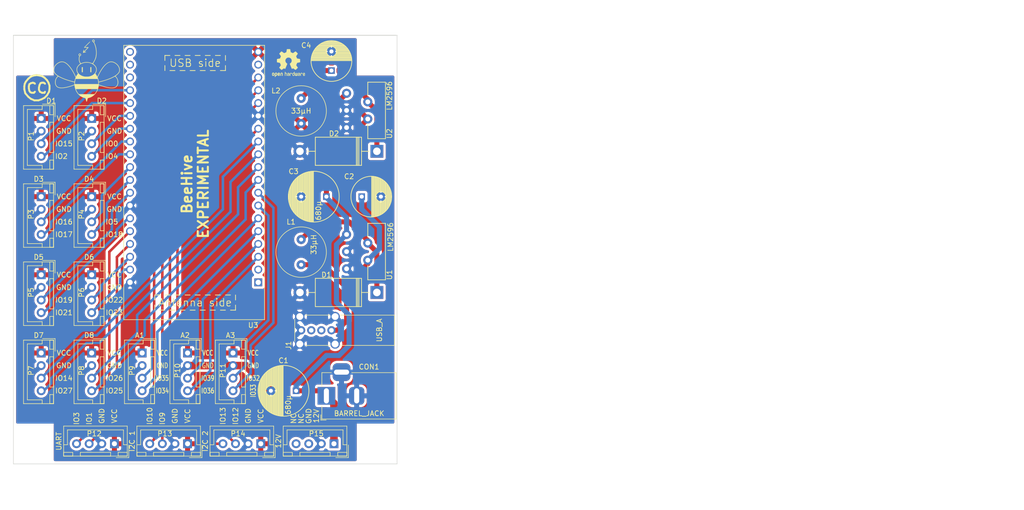
<source format=kicad_pcb>
(kicad_pcb (version 20171130) (host pcbnew "(5.1.4)-1")
  (layers (0 F.Cu signal) (31 B.Cu signal) (34 B.Paste user) (35 F.Paste user) (36 B.SilkS user) (37 F.SilkS user) (38 B.Mask user) (39 F.Mask user) (44 Edge.Cuts user))
  (net 0 "")
  (net 1 GND)
  (net 2 "Net-(C1-Pad1)")
  (net 3 "Net-(C2-Pad1)")
  (net 4 "Net-(D1-Pad1)")
  (net 5 "Net-(D2-Pad1)")
  (net 6 "Net-(U3-Pad2)")
  (net 7 "Net-(U3-Pad1)")
  (net 8 D1-4)
  (net 9 D1-3)
  (net 10 +5V)
  (net 11 D2-4)
  (net 12 D2-3)
  (net 13 D3-4)
  (net 14 D3-3)
  (net 15 D4-4)
  (net 16 D4-3)
  (net 17 D5-4)
  (net 18 D5-3)
  (net 19 D6-4)
  (net 20 D6-3)
  (net 21 D7-4)
  (net 22 D7-3)
  (net 23 D8-4)
  (net 24 D8-3)
  (net 25 A1-4)
  (net 26 A1-3)
  (net 27 A2-4)
  (net 28 A2-3)
  (net 29 A3-4)
  (net 30 A3-3)
  (net 31 I2C_1-4)
  (net 32 I2C_1-3)
  (net 33 I2C_2-4)
  (net 34 I2C_2-3)
  (net 35 RX)
  (net 36 TX)
  (net 37 "Net-(U3-Pad38)")
  (net 38 "Net-(J1-Pad2)")
  (net 39 "Net-(J1-Pad3)")
  (net 40 "Net-(U3-Pad37)")
  (net 41 "Net-(U3-Pad36)")
  (net 42 "Net-(U3-Pad18)")
  (net 43 "Net-(P15-Pad3)")
  (net 44 "Net-(P15-Pad4)")
  (module Flypi:MODULE_ESP32-DEVKITC-32D (layer F.Cu) (at 183.5 109 180)
    (fp_text reference U3 (at 1 -8.5) (layer F.SilkS))
    (fp_text value ESP32-DEVKITC-32D)
    (pad 38 thru_hole circle (at 25.4 45.72 180) (size 1.56 1.56) (drill 1.04) (layers *.Cu *.Mask) (net 37 "Net-(U3-Pad38)"))
    (pad 37 thru_hole circle (at 25.4 43.18 180) (size 1.56 1.56) (drill 1.04) (layers *.Cu *.Mask) (net 40 "Net-(U3-Pad37)"))
    (pad 36 thru_hole circle (at 25.4 40.64 180) (size 1.56 1.56) (drill 1.04) (layers *.Cu *.Mask) (net 41 "Net-(U3-Pad36)"))
    (pad 35 thru_hole circle (at 25.4 38.1 180) (size 1.56 1.56) (drill 1.04) (layers *.Cu *.Mask) (net 9 D1-3))
    (pad 34 thru_hole circle (at 25.4 35.56 180) (size 1.56 1.56) (drill 1.04) (layers *.Cu *.Mask) (net 8 D1-4))
    (pad 33 thru_hole circle (at 25.4 33.02 180) (size 1.56 1.56) (drill 1.04) (layers *.Cu *.Mask) (net 12 D2-3))
    (pad 32 thru_hole circle (at 25.4 30.48 180) (size 1.56 1.56) (drill 1.04) (layers *.Cu *.Mask) (net 11 D2-4))
    (pad 31 thru_hole circle (at 25.4 27.94 180) (size 1.56 1.56) (drill 1.04) (layers *.Cu *.Mask) (net 14 D3-3))
    (pad 30 thru_hole circle (at 25.4 25.4 180) (size 1.56 1.56) (drill 1.04) (layers *.Cu *.Mask) (net 13 D3-4))
    (pad 29 thru_hole circle (at 25.4 22.86 180) (size 1.56 1.56) (drill 1.04) (layers *.Cu *.Mask) (net 16 D4-3))
    (pad 28 thru_hole circle (at 25.4 20.32 180) (size 1.56 1.56) (drill 1.04) (layers *.Cu *.Mask) (net 15 D4-4))
    (pad 27 thru_hole circle (at 25.4 17.78 180) (size 1.56 1.56) (drill 1.04) (layers *.Cu *.Mask) (net 18 D5-3))
    (pad 26 thru_hole circle (at 25.4 15.24 180) (size 1.56 1.56) (drill 1.04) (layers *.Cu *.Mask) (net 1 GND))
    (pad 25 thru_hole circle (at 25.4 12.7 180) (size 1.56 1.56) (drill 1.04) (layers *.Cu *.Mask) (net 17 D5-4))
    (pad 24 thru_hole circle (at 25.4 10.16 180) (size 1.56 1.56) (drill 1.04) (layers *.Cu *.Mask) (net 35 RX))
    (pad 23 thru_hole circle (at 25.4 7.62 180) (size 1.56 1.56) (drill 1.04) (layers *.Cu *.Mask) (net 36 TX))
    (pad 22 thru_hole circle (at 25.4 5.08 180) (size 1.56 1.56) (drill 1.04) (layers *.Cu *.Mask) (net 20 D6-3))
    (pad 21 thru_hole circle (at 25.4 2.54 180) (size 1.56 1.56) (drill 1.04) (layers *.Cu *.Mask) (net 19 D6-4))
    (pad 20 thru_hole circle (at 25.4 0 180) (size 1.56 1.56) (drill 1.04) (layers *.Cu *.Mask) (net 1 GND))
    (pad 18 thru_hole circle (at 0 43.18 180) (size 1.56 1.56) (drill 1.04) (layers *.Cu *.Mask) (net 42 "Net-(U3-Pad18)"))
    (pad 17 thru_hole circle (at 0 40.64 180) (size 1.56 1.56) (drill 1.04) (layers *.Cu *.Mask) (net 31 I2C_1-4))
    (pad 16 thru_hole circle (at 0 38.1 180) (size 1.56 1.56) (drill 1.04) (layers *.Cu *.Mask) (net 32 I2C_1-3))
    (pad 15 thru_hole circle (at 0 35.56 180) (size 1.56 1.56) (drill 1.04) (layers *.Cu *.Mask) (net 33 I2C_2-4))
    (pad 14 thru_hole circle (at 0 33.02 180) (size 1.56 1.56) (drill 1.04) (layers *.Cu *.Mask) (net 1 GND))
    (pad 13 thru_hole circle (at 0 30.48 180) (size 1.56 1.56) (drill 1.04) (layers *.Cu *.Mask) (net 34 I2C_2-3))
    (pad 12 thru_hole circle (at 0 27.94 180) (size 1.56 1.56) (drill 1.04) (layers *.Cu *.Mask) (net 22 D7-3))
    (pad 11 thru_hole circle (at 0 25.4 180) (size 1.56 1.56) (drill 1.04) (layers *.Cu *.Mask) (net 21 D7-4))
    (pad 10 thru_hole circle (at 0 22.86 180) (size 1.56 1.56) (drill 1.04) (layers *.Cu *.Mask) (net 24 D8-3))
    (pad 9 thru_hole circle (at 0 20.32 180) (size 1.56 1.56) (drill 1.04) (layers *.Cu *.Mask) (net 23 D8-4))
    (pad 8 thru_hole circle (at 0 17.78 180) (size 1.56 1.56) (drill 1.04) (layers *.Cu *.Mask) (net 29 A3-4))
    (pad 7 thru_hole circle (at 0 15.24 180) (size 1.56 1.56) (drill 1.04) (layers *.Cu *.Mask) (net 30 A3-3))
    (pad 6 thru_hole circle (at 0 12.7 180) (size 1.56 1.56) (drill 1.04) (layers *.Cu *.Mask) (net 26 A1-3))
    (pad 5 thru_hole circle (at 0 10.16 180) (size 1.56 1.56) (drill 1.04) (layers *.Cu *.Mask) (net 25 A1-4))
    (pad 4 thru_hole circle (at 0 7.62 180) (size 1.56 1.56) (drill 1.04) (layers *.Cu *.Mask) (net 28 A2-3))
    (pad 3 thru_hole circle (at 0 5.08 180) (size 1.56 1.56) (drill 1.04) (layers *.Cu *.Mask) (net 27 A2-4))
    (pad 19 thru_hole circle (at 0 45.72 180) (size 1.56 1.56) (drill 1.04) (layers *.Cu *.Mask) (net 10 +5V))
    (pad 2 thru_hole circle (at 0 2.54 180) (size 1.56 1.56) (drill 1.04) (layers *.Cu *.Mask) (net 6 "Net-(U3-Pad2)"))
    (pad 1 thru_hole rect (at 0 0 180) (size 1.56 1.56) (drill 1.04) (layers *.Cu *.Mask) (net 7 "Net-(U3-Pad1)"))
  )
  (module logo-beehive:logo-beehive-13_2х12_3mm (layer F.Cu) (at 149.5 67)
    (fp_text reference G*** hide)
    (fp_text value LOGO hide)
  )
  (module Connector_JST:JST_XH_B04B-XH-A_04x2.50mm_Straight (layer F.Cu) (at 140.5 92 270)
    (fp_text reference P3 (at 3.5 2 90) (layer F.SilkS))
    (fp_text value D3 (at -3.5 0.5 180) (layer F.SilkS))
    (pad 4 thru_hole circle (at 7.5 0 270) (size 1.75 1.75) (drill 1) (layers *.Cu *.Mask) (net 13 D3-4))
    (pad 3 thru_hole circle (at 5 0 270) (size 1.75 1.75) (drill 1) (layers *.Cu *.Mask) (net 14 D3-3))
    (pad 2 thru_hole circle (at 2.5 0 270) (size 1.75 1.75) (drill 1) (layers *.Cu *.Mask) (net 1 GND))
    (pad 1 thru_hole rect (at 0 0 270) (size 1.75 1.75) (drill 1) (layers *.Cu *.Mask) (net 10 +5V))
  )
  (module Connector_JST:JST_XH_B04B-XH-A_04x2.50mm_Straight (layer F.Cu) (at 150.5 76.5 270)
    (fp_text reference P2 (at 3.5 2 90) (layer F.SilkS))
    (fp_text value D2 (at -3.5 -2 180) (layer F.SilkS))
    (pad 4 thru_hole circle (at 7.5 0 270) (size 1.75 1.75) (drill 1) (layers *.Cu *.Mask) (net 11 D2-4))
    (pad 3 thru_hole circle (at 5 0 270) (size 1.75 1.75) (drill 1) (layers *.Cu *.Mask) (net 12 D2-3))
    (pad 2 thru_hole circle (at 2.5 0 270) (size 1.75 1.75) (drill 1) (layers *.Cu *.Mask) (net 1 GND))
    (pad 1 thru_hole rect (at 0 0 270) (size 1.75 1.75) (drill 1) (layers *.Cu *.Mask) (net 10 +5V))
  )
  (module Connector_JST:JST_XH_B04B-XH-A_04x2.50mm_Straight (layer F.Cu) (at 140.5 76.5 270)
    (fp_text reference P1 (at 3.5 2 90) (layer F.SilkS))
    (fp_text value D1 (at -3.5 -2 180) (layer F.SilkS))
    (pad 4 thru_hole circle (at 7.5 0 270) (size 1.75 1.75) (drill 1) (layers *.Cu *.Mask) (net 8 D1-4))
    (pad 3 thru_hole circle (at 5 0 270) (size 1.75 1.75) (drill 1) (layers *.Cu *.Mask) (net 9 D1-3))
    (pad 2 thru_hole circle (at 2.5 0 270) (size 1.75 1.75) (drill 1) (layers *.Cu *.Mask) (net 1 GND))
    (pad 1 thru_hole rect (at 0 0 270) (size 1.75 1.75) (drill 1) (layers *.Cu *.Mask) (net 10 +5V))
  )
  (module Connector_JST:JST_XH_B04B-XH-A_04x2.50mm_Straight (layer F.Cu) (at 140.5 107.5 270)
    (fp_text reference P5 (at 3.5 2 90) (layer F.SilkS))
    (fp_text value D5 (at -3.5 0.5) (layer F.SilkS))
    (pad 4 thru_hole circle (at 7.5 0 270) (size 1.75 1.75) (drill 1) (layers *.Cu *.Mask) (net 17 D5-4))
    (pad 3 thru_hole circle (at 5 0 270) (size 1.75 1.75) (drill 1) (layers *.Cu *.Mask) (net 18 D5-3))
    (pad 2 thru_hole circle (at 2.5 0 270) (size 1.75 1.75) (drill 1) (layers *.Cu *.Mask) (net 1 GND))
    (pad 1 thru_hole rect (at 0 0 270) (size 1.75 1.75) (drill 1) (layers *.Cu *.Mask) (net 10 +5V))
  )
  (module "" (layer F.Cu) (at 145.5 79)
    (fp_text reference "" (at 189.5 65.5) (layer F.SilkS) (effects (font (size 1.27 1.27))))
    (fp_text value "" (at 189.5 65.5) (layer F.SilkS) (effects (font (size 1.27 1.27))))
  )
  (module Symbol:OSHW-Logo2_7.3x6mm_SilkScreen (layer F.Cu) (at 189.5 65.5)
    (fp_text reference " " hide)
    (fp_text value " " hide)
  )
  (module Symbol:Symbol_CreativeCommons_SilkScreenTop_Type2_Small (layer F.Cu) (at 139.5 70.5)
    (fp_text reference " " hide)
    (fp_text value " " hide)
  )
  (module Connector_JST:JST_XH_B04B-XH-A_04x2.50mm_Straight (layer F.Cu) (at 184 141 180)
    (fp_text reference P14 (at 4.5 2 180) (layer F.SilkS))
    (fp_text value "I2C 2" (at 11 0.5 90) (layer F.SilkS))
    (pad 4 thru_hole circle (at 7.5 0 180) (size 1.75 1.75) (drill 1) (layers *.Cu *.Mask) (net 33 I2C_2-4))
    (pad 3 thru_hole circle (at 5 0 180) (size 1.75 1.75) (drill 1) (layers *.Cu *.Mask) (net 34 I2C_2-3))
    (pad 2 thru_hole circle (at 2.5 0 180) (size 1.75 1.75) (drill 1) (layers *.Cu *.Mask) (net 1 GND))
    (pad 1 thru_hole rect (at 0 0 180) (size 1.75 1.75) (drill 1) (layers *.Cu *.Mask) (net 10 +5V))
  )
  (module footprints:LM2596 (layer F.Cu) (at 201 71.5 270)
    (fp_text reference U2 (at 8 -8.5 90) (layer F.SilkS))
    (fp_text value LM2596 (at 0.5 -8.5 90) (layer F.SilkS))
    (pad 4 thru_hole circle (at 5.1 -4.2 270) (size 1.8 1.8) (drill 0.95) (layers *.Cu *.Mask) (net 10 +5V))
    (pad 2 thru_hole circle (at 1.7 -4.2 270) (size 1.8 1.8) (drill 0.95) (layers *.Cu *.Mask) (net 5 "Net-(D2-Pad1)"))
    (pad 1 thru_hole circle (at 0 0 270) (size 1.8 1.8) (drill 0.95) (layers *.Cu *.Mask) (net 2 "Net-(C1-Pad1)"))
    (pad 5 thru_hole circle (at 6.8 0 270) (size 1.8 1.8) (drill 0.95) (layers *.Cu *.Mask) (net 1 GND))
    (pad 3 thru_hole circle (at 3.4 0 270) (size 1.8 1.8) (drill 0.95) (layers *.Cu *.Mask) (net 1 GND))
  )
  (module Inductor_THT:Neosid_Inductor_MA-Bs75 (layer F.Cu) (at 192 72.5 270)
    (fp_text reference L2 (at -1.5 5 180) (layer F.SilkS))
    (fp_text value 33µH (at 2.5 0 180) (layer F.SilkS))
    (pad 1 thru_hole circle (at 0 0 90) (size 1.8 1.8) (drill 0.8001) (layers *.Cu *.Mask) (net 5 "Net-(D2-Pad1)"))
    (pad 2 thru_hole circle (at 5 0 90) (size 1.8 1.8) (drill 0.8001) (layers *.Cu *.Mask) (net 10 +5V))
  )
  (module Inductor_THT:Neosid_Inductor_MA-Bs75 (layer F.Cu) (at 192 100.5 270)
    (fp_text reference L1 (at -3.5 2 180) (layer F.SilkS))
    (fp_text value 33µH (at 1 -2.5 90) (layer F.SilkS))
    (pad 2 thru_hole circle (at 5 0 90) (size 1.8 1.8) (drill 0.8001) (layers *.Cu *.Mask) (net 3 "Net-(C2-Pad1)"))
    (pad 1 thru_hole circle (at 0 0 90) (size 1.8 1.8) (drill 0.8001) (layers *.Cu *.Mask) (net 4 "Net-(D1-Pad1)"))
  )
  (module footprints:LM2596 (layer F.Cu) (at 201 99.5 270)
    (fp_text reference U1 (at 8 -8.5 270) (layer F.SilkS))
    (fp_text value LM2596 (at 0.5 -8.7 270) (layer F.SilkS))
    (pad 4 thru_hole circle (at 5.1 -4.2 270) (size 1.8 1.8) (drill 0.95) (layers *.Cu *.Mask) (net 3 "Net-(C2-Pad1)"))
    (pad 2 thru_hole circle (at 1.7 -4.2 270) (size 1.8 1.8) (drill 0.95) (layers *.Cu *.Mask) (net 4 "Net-(D1-Pad1)"))
    (pad 1 thru_hole circle (at 0 0 270) (size 1.8 1.8) (drill 0.95) (layers *.Cu *.Mask) (net 2 "Net-(C1-Pad1)"))
    (pad 5 thru_hole circle (at 6.8 0 270) (size 1.8 1.8) (drill 0.95) (layers *.Cu *.Mask) (net 1 GND))
    (pad 3 thru_hole circle (at 3.4 0 270) (size 1.8 1.8) (drill 0.95) (layers *.Cu *.Mask) (net 1 GND))
  )
  (module Connector_JST:JST_XH_B04B-XH-A_04x2.50mm_Straight (layer F.Cu) (at 155 141 180)
    (fp_text reference P12 (at 4 2 180) (layer F.SilkS))
    (fp_text value UART (at 11 0.5 90) (layer F.SilkS))
    (pad 4 thru_hole circle (at 7.5 0 180) (size 1.75 1.75) (drill 1) (layers *.Cu *.Mask) (net 35 RX))
    (pad 3 thru_hole circle (at 5 0 180) (size 1.75 1.75) (drill 1) (layers *.Cu *.Mask) (net 36 TX))
    (pad 2 thru_hole circle (at 2.5 0 180) (size 1.75 1.75) (drill 1) (layers *.Cu *.Mask) (net 1 GND))
    (pad 1 thru_hole rect (at 0 0 180) (size 1.75 1.75) (drill 1) (layers *.Cu *.Mask) (net 10 +5V))
  )
  (module Mounting_Holes:MountingHole_3.2mm_M3_DIN965 (layer F.Cu) (at 139.5 64.5 270)
    (fp_text reference "" (at 0 -3.8 90) (layer F.SilkS))
    (fp_text value "")
    (pad 1 np_thru_hole circle (at 0 0 270) (size 3.2 3.2) (drill 3.2) (layers *.Cu *.Mask))
  )
  (module Mounting_Holes:MountingHole_3.2mm_M3_DIN965 (layer F.Cu) (at 206.5 64.5 180)
    (fp_text reference "" (at 0 -3.8) (layer F.SilkS))
    (fp_text value "")
    (pad 1 np_thru_hole circle (at 0 0 180) (size 3.2 3.2) (drill 3.2) (layers *.Cu *.Mask))
  )
  (module Mounting_Holes:MountingHole_3.2mm_M3_DIN965 (layer F.Cu) (at 206.5 140.5 180)
    (fp_text reference "" (at 0 -3.8) (layer F.SilkS))
    (fp_text value "")
    (pad 1 np_thru_hole circle (at 0 0 180) (size 3.2 3.2) (drill 3.2) (layers *.Cu *.Mask))
  )
  (module Mounting_Holes:MountingHole_3.2mm_M3_DIN965 (layer F.Cu) (at 139.5 140.5)
    (fp_text reference "" (at 0 -3.8) (layer F.SilkS))
    (fp_text value "")
    (pad 1 np_thru_hole circle (at 0 0) (size 3.2 3.2) (drill 3.2) (layers *.Cu *.Mask))
  )
  (module Connector_JST:JST_XH_B04B-XH-A_04x2.50mm_Straight (layer F.Cu) (at 198.5 141 180)
    (fp_text reference P15 (at 3.5 2 180) (layer F.SilkS))
    (fp_text value 12V (at 11 0.5 90) (layer F.SilkS))
    (pad 1 thru_hole rect (at 0 0 180) (size 1.75 1.75) (drill 1) (layers *.Cu *.Mask) (net 2 "Net-(C1-Pad1)"))
    (pad 2 thru_hole circle (at 2.5 0 180) (size 1.75 1.75) (drill 1) (layers *.Cu *.Mask) (net 1 GND))
    (pad 3 thru_hole circle (at 5 0 180) (size 1.75 1.75) (drill 1) (layers *.Cu *.Mask) (net 43 "Net-(P15-Pad3)"))
    (pad 4 thru_hole circle (at 7.5 0 180) (size 1.75 1.75) (drill 1) (layers *.Cu *.Mask) (net 44 "Net-(P15-Pad4)"))
  )
  (module Connector_JST:JST_XH_B04B-XH-A_04x2.50mm_Straight (layer F.Cu) (at 169.5 141 180)
    (fp_text reference P13 (at 4.5 2 180) (layer F.SilkS))
    (fp_text value "I2C 1" (at 11 0.5 90) (layer F.SilkS))
    (pad 4 thru_hole circle (at 7.5 0 180) (size 1.75 1.75) (drill 1) (layers *.Cu *.Mask) (net 31 I2C_1-4))
    (pad 3 thru_hole circle (at 5 0 180) (size 1.75 1.75) (drill 1) (layers *.Cu *.Mask) (net 32 I2C_1-3))
    (pad 2 thru_hole circle (at 2.5 0 180) (size 1.75 1.75) (drill 1) (layers *.Cu *.Mask) (net 1 GND))
    (pad 1 thru_hole rect (at 0 0 180) (size 1.75 1.75) (drill 1) (layers *.Cu *.Mask) (net 10 +5V))
  )
  (module Connector_JST:JST_XH_B04B-XH-A_04x2.50mm_Straight (layer F.Cu) (at 178.5 123 270)
    (fp_text reference P11 (at 3.5 2 90) (layer F.SilkS))
    (fp_text value A3 (at -3.5 0.5 180) (layer F.SilkS))
    (pad 4 thru_hole circle (at 7.5 0 270) (size 1.75 1.75) (drill 1) (layers *.Cu *.Mask) (net 29 A3-4))
    (pad 3 thru_hole circle (at 5 0 270) (size 1.75 1.75) (drill 1) (layers *.Cu *.Mask) (net 30 A3-3))
    (pad 2 thru_hole circle (at 2.5 0 270) (size 1.75 1.75) (drill 1) (layers *.Cu *.Mask) (net 1 GND))
    (pad 1 thru_hole rect (at 0 0 270) (size 1.75 1.75) (drill 1) (layers *.Cu *.Mask) (net 10 +5V))
  )
  (module Connector_JST:JST_XH_B04B-XH-A_04x2.50mm_Straight (layer F.Cu) (at 169.5 123 270)
    (fp_text reference P10 (at 3.5 2 90) (layer F.SilkS))
    (fp_text value A2 (at -3.5 0.5 180) (layer F.SilkS))
    (pad 4 thru_hole circle (at 7.5 0 270) (size 1.75 1.75) (drill 1) (layers *.Cu *.Mask) (net 27 A2-4))
    (pad 3 thru_hole circle (at 5 0 270) (size 1.75 1.75) (drill 1) (layers *.Cu *.Mask) (net 28 A2-3))
    (pad 2 thru_hole circle (at 2.5 0 270) (size 1.75 1.75) (drill 1) (layers *.Cu *.Mask) (net 1 GND))
    (pad 1 thru_hole rect (at 0 0 270) (size 1.75 1.75) (drill 1) (layers *.Cu *.Mask) (net 10 +5V))
  )
  (module Connector_JST:JST_XH_B04B-XH-A_04x2.50mm_Straight (layer F.Cu) (at 160.5 123 270)
    (fp_text reference P9 (at 3.5 2 90) (layer F.SilkS))
    (fp_text value A1 (at -3.5 0.5 180) (layer F.SilkS))
    (pad 4 thru_hole circle (at 7.5 0 270) (size 1.75 1.75) (drill 1) (layers *.Cu *.Mask) (net 25 A1-4))
    (pad 3 thru_hole circle (at 5 0 270) (size 1.75 1.75) (drill 1) (layers *.Cu *.Mask) (net 26 A1-3))
    (pad 2 thru_hole circle (at 2.5 0 270) (size 1.75 1.75) (drill 1) (layers *.Cu *.Mask) (net 1 GND))
    (pad 1 thru_hole rect (at 0 0 270) (size 1.75 1.75) (drill 1) (layers *.Cu *.Mask) (net 10 +5V))
  )
  (module Connector_JST:JST_XH_B04B-XH-A_04x2.50mm_Straight (layer F.Cu) (at 150.5 123 270)
    (fp_text reference P8 (at 3.5 2 90) (layer F.SilkS))
    (fp_text value D8 (at -3.5 0.5 180) (layer F.SilkS))
    (pad 4 thru_hole circle (at 7.5 0 270) (size 1.75 1.75) (drill 1) (layers *.Cu *.Mask) (net 23 D8-4))
    (pad 3 thru_hole circle (at 5 0 270) (size 1.75 1.75) (drill 1) (layers *.Cu *.Mask) (net 24 D8-3))
    (pad 2 thru_hole circle (at 2.5 0 270) (size 1.75 1.75) (drill 1) (layers *.Cu *.Mask) (net 1 GND))
    (pad 1 thru_hole rect (at 0 0 270) (size 1.75 1.75) (drill 1) (layers *.Cu *.Mask) (net 10 +5V))
  )
  (module Connector_JST:JST_XH_B04B-XH-A_04x2.50mm_Straight (layer F.Cu) (at 140.5 123 270)
    (fp_text reference P7 (at 3.5 2 90) (layer F.SilkS))
    (fp_text value D7 (at -3.5 0.5 180) (layer F.SilkS))
    (pad 4 thru_hole circle (at 7.5 0 270) (size 1.75 1.75) (drill 1) (layers *.Cu *.Mask) (net 21 D7-4))
    (pad 3 thru_hole circle (at 5 0 270) (size 1.75 1.75) (drill 1) (layers *.Cu *.Mask) (net 22 D7-3))
    (pad 2 thru_hole circle (at 2.5 0 270) (size 1.75 1.75) (drill 1) (layers *.Cu *.Mask) (net 1 GND))
    (pad 1 thru_hole rect (at 0 0 270) (size 1.75 1.75) (drill 1) (layers *.Cu *.Mask) (net 10 +5V))
  )
  (module Connector_JST:JST_XH_B04B-XH-A_04x2.50mm_Straight (layer F.Cu) (at 150.5 107.5 270)
    (fp_text reference P6 (at 3.5 2 90) (layer F.SilkS))
    (fp_text value D6 (at -3.5 0.5 180) (layer F.SilkS))
    (pad 4 thru_hole circle (at 7.5 0 270) (size 1.75 1.75) (drill 1) (layers *.Cu *.Mask) (net 19 D6-4))
    (pad 3 thru_hole circle (at 5 0 270) (size 1.75 1.75) (drill 1) (layers *.Cu *.Mask) (net 20 D6-3))
    (pad 2 thru_hole circle (at 2.5 0 270) (size 1.75 1.75) (drill 1) (layers *.Cu *.Mask) (net 1 GND))
    (pad 1 thru_hole rect (at 0 0 270) (size 1.75 1.75) (drill 1) (layers *.Cu *.Mask) (net 10 +5V))
  )
  (module Connector_JST:JST_XH_B04B-XH-A_04x2.50mm_Straight (layer F.Cu) (at 150.5 92 270)
    (fp_text reference P4 (at 3.5 2 90) (layer F.SilkS))
    (fp_text value D4 (at -3.5 0.5 180) (layer F.SilkS))
    (pad 4 thru_hole circle (at 7.5 0 270) (size 1.75 1.75) (drill 1) (layers *.Cu *.Mask) (net 15 D4-4))
    (pad 3 thru_hole circle (at 5 0 270) (size 1.75 1.75) (drill 1) (layers *.Cu *.Mask) (net 16 D4-3))
    (pad 2 thru_hole circle (at 2.5 0 270) (size 1.75 1.75) (drill 1) (layers *.Cu *.Mask) (net 1 GND))
    (pad 1 thru_hole rect (at 0 0 270) (size 1.75 1.75) (drill 1) (layers *.Cu *.Mask) (net 10 +5V))
  )
  (module Connector_USB:USB_A_Vertical (layer F.Cu) (at 198 118.5 270)
    (fp_text reference J1 (at 3 8.5 90) (layer F.SilkS))
    (fp_text value USB_A (at 0 -9.5 90) (layer F.SilkS))
    (pad 1 thru_hole circle (at 0 0 270) (size 1.62 1.62) (drill 0.92) (layers *.Cu *.Mask) (net 3 "Net-(C2-Pad1)"))
    (pad 2 thru_hole circle (at 0 2 270) (size 1.62 1.62) (drill 0.92) (layers *.Cu *.Mask) (net 38 "Net-(J1-Pad2)"))
    (pad 3 thru_hole circle (at 0 4 270) (size 1.62 1.62) (drill 0.92) (layers *.Cu *.Mask) (net 39 "Net-(J1-Pad3)"))
    (pad 5 thru_hole circle (at 2.72 -0.73 270) (size 1.85 1.85) (drill 1.35) (layers *.Cu *.Mask) (net 1 GND))
    (pad 4 thru_hole circle (at 0 6 270) (size 1.62 1.62) (drill 0.92) (layers *.Cu *.Mask) (net 1 GND))
    (pad 5 thru_hole circle (at 2.72 6.27 270) (size 1.85 1.85) (drill 1.35) (layers *.Cu *.Mask) (net 1 GND))
    (pad 5 thru_hole circle (at -2.72 -0.73 270) (size 1.85 1.85) (drill 1.35) (layers *.Cu *.Mask) (net 1 GND))
    (pad 5 thru_hole circle (at -2.72 6.27 270) (size 1.85 1.85) (drill 1.35) (layers *.Cu *.Mask) (net 1 GND))
  )
  (module Diode_THT:Diode_DO-201AD_Horizontal_RM15 (layer F.Cu) (at 207.00122 82.99704 180)
    (fp_text reference D2 (at 8.50122 3.49704) (layer F.SilkS))
    (fp_text value "Schottky 5A" hide)
    (pad 1 thru_hole rect (at 0.00122 -0.00296) (size 2.54 2.54) (drill 1.50114) (layers *.Cu *.Mask) (net 5 "Net-(D2-Pad1)"))
    (pad 2 thru_hole circle (at 15.24122 -0.00296) (size 2.54 2.54) (drill 1.50114) (layers *.Cu *.Mask) (net 1 GND))
  )
  (module Diode_THT:Diode_DO-201AD_Horizontal_RM15 (layer F.Cu) (at 207 111 180)
    (fp_text reference D1 (at 10 3.5) (layer F.SilkS))
    (fp_text value "Schottky 5A" hide)
    (pad 1 thru_hole rect (at 0.00122 -0.00296) (size 2.54 2.54) (drill 1.50114) (layers *.Cu *.Mask) (net 4 "Net-(D1-Pad1)"))
    (pad 2 thru_hole circle (at 15.24122 -0.00296) (size 2.54 2.54) (drill 1.50114) (layers *.Cu *.Mask) (net 1 GND))
  )
  (module Connector_BarrelJack:BarrelJack_Horizontal (layer F.Cu) (at 197 131.5 180)
    (fp_text reference CON1 (at -8.45 5.75) (layer F.SilkS))
    (fp_text value BARREL_JACK (at -6.5 -3.5) (layer F.SilkS))
    (pad 3 thru_hole roundrect (at -3 4.7 180) (size 3.5 3.5) (drill oval 3 1) (layers *.Cu *.Mask) (net 1 GND))
    (pad 2 thru_hole roundrect (at -6 0 180) (size 3 3.5) (drill oval 1 3) (layers *.Cu *.Mask) (net 1 GND))
    (pad 1 thru_hole rect (at 0 0 180) (size 3.5 3.5) (drill oval 1 3) (layers *.Cu *.Mask) (net 2 "Net-(C1-Pad1)"))
  )
  (module Capacitor_THT:C_Radial_D8_L13_P3.8 (layer F.Cu) (at 198 67 90)
    (fp_text reference C4 (at 5 -5) (layer F.SilkS))
    (fp_text value 220µ hide)
    (pad 2 thru_hole circle (at 3.8 0 90) (size 1.3 1.3) (drill 0.8) (layers *.Cu *.Mask) (net 1 GND))
    (pad 1 thru_hole rect (at 0 0 90) (size 1.3 1.3) (drill 0.8) (layers *.Cu *.Mask) (net 10 +5V))
  )
  (module Capacitor_THT:C_Radial_D10_L21_P5 (layer F.Cu) (at 197 92 180)
    (fp_text reference C3 (at 6.5 5 180) (layer F.SilkS))
    (fp_text value 680µ (at 1.57 -2.754 90) (layer F.SilkS))
    (pad 1 thru_hole rect (at 0 0 180) (size 1.3 1.3) (drill 0.8) (layers *.Cu *.Mask) (net 2 "Net-(C1-Pad1)"))
    (pad 2 thru_hole circle (at 5 0 180) (size 1.3 1.3) (drill 0.8) (layers *.Cu *.Mask) (net 1 GND))
  )
  (module Capacitor_THT:C_Radial_D8_L13_P3.8 (layer F.Cu) (at 204 92)
    (fp_text reference C2 (at -2.5 -4 180) (layer F.SilkS))
    (fp_text value 220µ hide)
    (pad 2 thru_hole circle (at 3.8 0) (size 1.3 1.3) (drill 0.8) (layers *.Cu *.Mask) (net 1 GND))
    (pad 1 thru_hole rect (at 0 0) (size 1.3 1.3) (drill 0.8) (layers *.Cu *.Mask) (net 3 "Net-(C2-Pad1)"))
  )
  (module Capacitor_THT:C_Radial_D10_L21_P5 (layer F.Cu) (at 191 130.5 180)
    (fp_text reference C1 (at 2.5 6 180) (layer F.SilkS))
    (fp_text value 680µ (at 1.57 -2.754 90) (layer F.SilkS))
    (pad 1 thru_hole rect (at 0 0 180) (size 1.3 1.3) (drill 0.8) (layers *.Cu *.Mask) (net 2 "Net-(C1-Pad1)"))
    (pad 2 thru_hole circle (at 5 0 180) (size 1.3 1.3) (drill 0.8) (layers *.Cu *.Mask) (net 1 GND))
  )
  (gr_line (start 179 111.5) (end 179 112.5) (layer F.SilkS) (width 0.15))
  (gr_line (start 179 113.5) (end 179 114.5) (layer F.SilkS) (width 0.15))
  (gr_line (start 163 111.5) (end 163 112.5) (layer F.SilkS) (width 0.15))
  (gr_line (start 163 113.5) (end 163 114.5) (layer F.SilkS) (width 0.15))
  (gr_line (start 168 64) (end 167 64) (layer F.SilkS) (width 0.15))
  (gr_line (start 170 64) (end 169 64) (layer F.SilkS) (width 0.15))
  (gr_line (start 172 64) (end 171 64) (layer F.SilkS) (width 0.15))
  (gr_line (start 174 64) (end 173 64) (layer F.SilkS) (width 0.15))
  (gr_line (start 176 64) (end 175 64) (layer F.SilkS) (width 0.15))
  (gr_line (start 177 66) (end 177 67) (layer F.SilkS) (width 0.15))
  (gr_line (start 177 64) (end 177 65) (layer F.SilkS) (width 0.15))
  (gr_line (start 169 67) (end 168 67) (layer F.SilkS) (width 0.15))
  (gr_line (start 171 67) (end 170 67) (layer F.SilkS) (width 0.15))
  (gr_line (start 173 67) (end 172 67) (layer F.SilkS) (width 0.15))
  (gr_line (start 175 67) (end 174 67) (layer F.SilkS) (width 0.15))
  (gr_line (start 177 67) (end 176 67) (layer F.SilkS) (width 0.15))
  (gr_line (start 167 67) (end 166 67) (layer F.SilkS) (width 0.15))
  (gr_line (start 165 66) (end 165 67) (layer F.SilkS) (width 0.15))
  (gr_line (start 165 64) (end 165 65) (layer F.SilkS) (width 0.15))
  (gr_line (start 166 64) (end 165 64) (layer F.SilkS) (width 0.15))
  (gr_text "USB side" (at 171 65.5) (layer F.SilkS) (effects (font (size 1.5 1.5))))
  (gr_line (start 169 114.5) (end 168 114.5) (layer F.SilkS) (width 0.15))
  (gr_line (start 171 114.5) (end 170 114.5) (layer F.SilkS) (width 0.15))
  (gr_line (start 173 114.5) (end 172 114.5) (layer F.SilkS) (width 0.15))
  (gr_line (start 175 114.5) (end 174 114.5) (layer F.SilkS) (width 0.15))
  (gr_line (start 177 114.5) (end 176 114.5) (layer F.SilkS) (width 0.15))
  (gr_line (start 179 114.5) (end 178 114.5) (layer F.SilkS) (width 0.15))
  (gr_line (start 165 114.5) (end 164 114.5) (layer F.SilkS) (width 0.15))
  (gr_line (start 167 114.5) (end 166 114.5) (layer F.SilkS) (width 0.15))
  (gr_line (start 164 111.5) (end 163 111.5) (layer F.SilkS) (width 0.15))
  (gr_line (start 166 111.5) (end 165 111.5) (layer F.SilkS) (width 0.15))
  (gr_line (start 168 111.5) (end 167 111.5) (layer F.SilkS) (width 0.15))
  (gr_line (start 170 111.5) (end 169 111.5) (layer F.SilkS) (width 0.15))
  (gr_line (start 172 111.5) (end 171 111.5) (layer F.SilkS) (width 0.15))
  (gr_line (start 174 111.5) (end 173 111.5) (layer F.SilkS) (width 0.15))
  (gr_line (start 176 111.5) (end 175 111.5) (layer F.SilkS) (width 0.15))
  (gr_line (start 178 111.5) (end 177 111.5) (layer F.SilkS) (width 0.15))
  (gr_text "Antenna side" (at 171 113) (layer F.SilkS) (effects (font (size 1.5 1.5))))
  (gr_text GND (at 152.5 135.5 90) (layer F.SilkS) (effects (font (size 1 1))))
  (gr_text VCC (at 155 135.5 90) (layer F.SilkS) (effects (font (size 1 1))))
  (gr_text VCC (at 184 135.5 90) (layer F.SilkS) (effects (font (size 1 1))))
  (gr_text GND (at 181.5 135.5 90) (layer F.SilkS) (effects (font (size 1 1))))
  (gr_text GND (at 145 125.5) (layer F.SilkS) (effects (font (size 1 1))))
  (gr_text VCC (at 155 123) (layer F.SilkS) (effects (font (size 1 1))))
  (gr_text GND (at 155 125.5) (layer F.SilkS) (effects (font (size 1 1))))
  (gr_text VCC (at 145 123) (layer F.SilkS) (effects (font (size 1 1))))
  (gr_text GND (at 145 110) (layer F.SilkS) (effects (font (size 1 1))))
  (gr_text VCC (at 155 107.5) (layer F.SilkS) (effects (font (size 1 1))))
  (gr_text GND (at 155 110) (layer F.SilkS) (effects (font (size 1 1))))
  (gr_text VCC (at 145 107.5) (layer F.SilkS) (effects (font (size 1 1))))
  (gr_text GND (at 145 94.5) (layer F.SilkS) (effects (font (size 1 1))))
  (gr_text VCC (at 155 92) (layer F.SilkS) (effects (font (size 1 1))))
  (gr_text GND (at 155 94.5) (layer F.SilkS) (effects (font (size 1 1))))
  (gr_text VCC (at 145 92) (layer F.SilkS) (effects (font (size 1 1))))
  (gr_text "BeeHive\nEXPERIMENTAL" (at 171 89.5 90) (layer F.SilkS) (effects (font (size 2 2) (thickness 0.4))))
  (gr_text NC (at 192 136 90) (layer F.SilkS) (effects (font (size 1 1))))
  (gr_text 12V (at 195 135.5 90) (layer F.SilkS) (effects (font (size 1 1))))
  (gr_text NC (at 190.5 136 90) (layer F.SilkS) (effects (font (size 1 1))))
  (gr_text GND (at 193.5 135.5 90) (layer F.SilkS) (effects (font (size 1 1))))
  (gr_text IO1 (at 150 136 90) (layer F.SilkS) (effects (font (size 1 1))))
  (gr_text IO3 (at 147.5 136 90) (layer F.SilkS) (effects (font (size 1 1))))
  (gr_text IO12 (at 179 135.5 90) (layer F.SilkS) (effects (font (size 1 1))))
  (gr_text IO13 (at 176.5 135.5 90) (layer F.SilkS) (effects (font (size 1 1))))
  (gr_text IO9 (at 164.5 136 90) (layer F.SilkS) (effects (font (size 1 1))))
  (gr_text IO10 (at 162 135.5 90) (layer F.SilkS) (effects (font (size 1 1))))
  (gr_text VCC (at 169.5 135.5 90) (layer F.SilkS) (effects (font (size 1 1))))
  (gr_text GND (at 167 135.5 90) (layer F.SilkS) (effects (font (size 1 1))))
  (gr_text VCC (at 182.5 123) (layer F.SilkS) (effects (font (size 1 0.75))))
  (gr_text GND (at 182.5 125.5) (layer F.SilkS) (effects (font (size 1 0.75) (thickness 0.125))))
  (gr_text IO32 (at 182.5 128) (layer F.SilkS) (effects (font (size 1 0.75))))
  (gr_text IO33 (at 182.5 130.5 90) (layer F.SilkS) (effects (font (size 1 0.75))))
  (gr_text VCC (at 173.5 123) (layer F.SilkS) (effects (font (size 1 0.75))))
  (gr_text GND (at 173.5 125.5) (layer F.SilkS) (effects (font (size 1 0.75) (thickness 0.125))))
  (gr_text IO39 (at 173.5 128) (layer F.SilkS) (effects (font (size 1 0.75))))
  (gr_text IO36 (at 173.5 130.5) (layer F.SilkS) (effects (font (size 1 0.75))))
  (gr_text VCC (at 164.5 123) (layer F.SilkS) (effects (font (size 1 0.75))))
  (gr_text GND (at 164.5 125.5) (layer F.SilkS) (effects (font (size 1 0.75) (thickness 0.125))))
  (gr_text IO35 (at 164.5 128) (layer F.SilkS) (effects (font (size 1 0.75))))
  (gr_text IO34 (at 164.5 130.5) (layer F.SilkS) (effects (font (size 1 0.75))))
  (gr_text IO14 (at 145 128) (layer F.SilkS) (effects (font (size 1 1))))
  (gr_text IO27 (at 145 130.5) (layer F.SilkS) (effects (font (size 1 1))))
  (gr_text IO26 (at 155 128) (layer F.SilkS) (effects (font (size 1 1))))
  (gr_text IO25 (at 155 130.5) (layer F.SilkS) (effects (font (size 1 1))))
  (gr_text IO19 (at 145 112.5) (layer F.SilkS) (effects (font (size 1 1))))
  (gr_text IO21 (at 145 115) (layer F.SilkS) (effects (font (size 1 1))))
  (gr_text IO22 (at 155 112.5) (layer F.SilkS) (effects (font (size 1 1))))
  (gr_text IO23 (at 155 115) (layer F.SilkS) (effects (font (size 1 1))))
  (gr_text IO16 (at 145 97) (layer F.SilkS) (effects (font (size 1 1))))
  (gr_text IO17 (at 145 99.5) (layer F.SilkS) (effects (font (size 1 1))))
  (gr_text IO5 (at 154.5 97) (layer F.SilkS) (effects (font (size 1 1))))
  (gr_text IO18 (at 155 99.5) (layer F.SilkS) (effects (font (size 1 1))))
  (gr_text VCC (at 145 76.5) (layer F.SilkS) (effects (font (size 1 1))))
  (gr_text IO0 (at 154.5 81.5) (layer F.SilkS) (effects (font (size 1 1))))
  (gr_text IO4 (at 154.5 84) (layer F.SilkS) (effects (font (size 1 1))))
  (gr_text GND (at 155 79) (layer F.SilkS) (effects (font (size 1 1))))
  (gr_text VCC (at 155 76.5) (layer F.SilkS) (effects (font (size 1 1))))
  (gr_text IO2 (at 144.5 84) (layer F.SilkS) (effects (font (size 1 1))))
  (gr_text IO15 (at 145 81.5) (layer F.SilkS) (effects (font (size 1 1))))
  (gr_text GND (at 145 79) (layer F.SilkS) (effects (font (size 1 1))))
  (gr_line (start 135 60) (end 135 145) (layer Edge.Cuts) (width 0.1))
  (gr_line (start 211 145) (end 211 60) (layer Edge.Cuts) (width 0.1))
  (gr_line (start 211 145) (end 135 145) (layer Edge.Cuts) (width 0.1))
  (gr_line (start 135 60) (end 211 60) (layer Edge.Cuts) (width 0.15))
  (segment (start 169.5 125.5) (end 178.5 125.5) (width 1.5) (layer F.Cu) (net 1))
  (segment (start 181 125.5) (end 186 130.5) (width 1.5) (layer F.Cu) (net 1))
  (segment (start 178.5 125.5) (end 181 125.5) (width 1.5) (layer F.Cu) (net 1))
  (segment (start 197 92.175) (end 197 92) (width 1) (layer B.Cu) (net 2))
  (segment (start 201 99.5) (end 201 96.175) (width 1) (layer B.Cu) (net 2))
  (segment (start 201 96.175) (end 197 92.175) (width 1) (layer B.Cu) (net 2))
  (segment (start 197 75.5) (end 201 71.5) (width 1) (layer F.Cu) (net 2))
  (segment (start 197 92) (end 197 75.5) (width 1) (layer F.Cu) (net 2))
  (segment (start 191 129.5) (end 191 130.5) (width 1) (layer B.Cu) (net 2))
  (segment (start 197 123.5) (end 191 129.5) (width 1) (layer B.Cu) (net 2))
  (segment (start 199 101.5) (end 199 113) (width 1) (layer B.Cu) (net 2))
  (segment (start 201 99.5) (end 199 101.5) (width 1) (layer B.Cu) (net 2))
  (segment (start 199 113) (end 201.5 115.5) (width 1) (layer B.Cu) (net 2))
  (segment (start 201.5 115.5) (end 201.5 121.5) (width 1) (layer B.Cu) (net 2))
  (segment (start 201.5 121.5) (end 199.5 123.5) (width 1) (layer B.Cu) (net 2))
  (segment (start 199.5 123.5) (end 197 123.5) (width 1) (layer B.Cu) (net 2))
  (segment (start 196 130.5) (end 197 131.5) (width 1) (layer F.Cu) (net 2))
  (segment (start 191 130.5) (end 196 130.5) (width 1) (layer F.Cu) (net 2))
  (segment (start 198.5 133) (end 198.5 141) (width 1.5) (layer F.Cu) (net 2))
  (segment (start 197 131.5) (end 198.5 133) (width 1.5) (layer F.Cu) (net 2))
  (segment (start 207.5 102.3) (end 205.2 104.6) (width 1) (layer B.Cu) (net 3))
  (segment (start 207.5 98) (end 207.5 102.3) (width 1) (layer B.Cu) (net 3))
  (segment (start 204 92) (end 204 94.5) (width 1) (layer B.Cu) (net 3))
  (segment (start 204 94.5) (end 207.5 98) (width 1) (layer B.Cu) (net 3))
  (segment (start 199.145512 118.5) (end 198 118.5) (width 1) (layer F.Cu) (net 3))
  (segment (start 201 116.645512) (end 199.145512 118.5) (width 1) (layer F.Cu) (net 3))
  (segment (start 201 110.072792) (end 201 116.645512) (width 1) (layer F.Cu) (net 3))
  (segment (start 196.427208 105.5) (end 201 110.072792) (width 1) (layer F.Cu) (net 3))
  (segment (start 192 105.5) (end 196.427208 105.5) (width 1) (layer F.Cu) (net 3))
  (segment (start 201 109.5) (end 201 110.072792) (width 1) (layer F.Cu) (net 3))
  (segment (start 205.2 104.6) (end 205.2 105.3) (width 1) (layer F.Cu) (net 3))
  (segment (start 205.2 105.3) (end 201 109.5) (width 1) (layer F.Cu) (net 3))
  (segment (start 206.99878 102.99878) (end 205.2 101.2) (width 1) (layer F.Cu) (net 4))
  (segment (start 206.99878 111.00296) (end 206.99878 102.99878) (width 1) (layer F.Cu) (net 4))
  (segment (start 195.5 97) (end 192 100.5) (width 1) (layer F.Cu) (net 4))
  (segment (start 201.5 97) (end 195.5 97) (width 1) (layer F.Cu) (net 4))
  (segment (start 205.2 101.2) (end 205.2 100.7) (width 1) (layer F.Cu) (net 4))
  (segment (start 205.2 100.7) (end 201.5 97) (width 1) (layer F.Cu) (net 4))
  (segment (start 207 75) (end 205.2 73.2) (width 1) (layer F.Cu) (net 5))
  (segment (start 207 83) (end 207 75) (width 1) (layer F.Cu) (net 5))
  (segment (start 195.5 69) (end 192 72.5) (width 1) (layer F.Cu) (net 5))
  (segment (start 201.5 69) (end 195.5 69) (width 1) (layer F.Cu) (net 5))
  (segment (start 205.2 73.2) (end 205.2 72.7) (width 1) (layer F.Cu) (net 5))
  (segment (start 205.2 72.7) (end 201.5 69) (width 1) (layer F.Cu) (net 5))
  (segment (start 150.56 73.44) (end 158.1 73.44) (width 0.5) (layer B.Cu) (net 8))
  (segment (start 142.5 81.5) (end 150.56 73.44) (width 0.5) (layer B.Cu) (net 8))
  (segment (start 142.5 82.5) (end 142.5 81.5) (width 0.5) (layer B.Cu) (net 8))
  (segment (start 140.5 84) (end 141 84) (width 0.5) (layer B.Cu) (net 8))
  (segment (start 141 84) (end 142.5 82.5) (width 0.5) (layer B.Cu) (net 8))
  (segment (start 150.6 70.9) (end 158.1 70.9) (width 0.5) (layer B.Cu) (net 9))
  (segment (start 140.5 81) (end 150.6 70.9) (width 0.5) (layer B.Cu) (net 9))
  (segment (start 140.5 81.5) (end 140.5 81) (width 0.5) (layer B.Cu) (net 9))
  (segment (start 196.35 67) (end 198 67) (width 1) (layer F.Cu) (net 10))
  (segment (start 194 67) (end 196.35 67) (width 1) (layer F.Cu) (net 10))
  (segment (start 189.5 71.5) (end 194 67) (width 1) (layer F.Cu) (net 10))
  (segment (start 192 77.5) (end 189.5 75) (width 1) (layer F.Cu) (net 10))
  (segment (start 189.5 75) (end 189.5 71.5) (width 1) (layer F.Cu) (net 10))
  (segment (start 155.98 78.52) (end 158.1 78.52) (width 0.5) (layer B.Cu) (net 11))
  (segment (start 150.5 84) (end 155.98 78.52) (width 0.5) (layer B.Cu) (net 11))
  (segment (start 156.02 75.98) (end 158.1 75.98) (width 0.5) (layer B.Cu) (net 12))
  (segment (start 150.5 81.5) (end 156.02 75.98) (width 0.5) (layer B.Cu) (net 12))
  (segment (start 155.9 83.6) (end 158.1 83.6) (width 0.5) (layer B.Cu) (net 13))
  (segment (start 142.5 97) (end 155.9 83.6) (width 0.5) (layer B.Cu) (net 13))
  (segment (start 142.5 98) (end 142.5 97) (width 0.5) (layer B.Cu) (net 13))
  (segment (start 140.5 99.5) (end 141 99.5) (width 0.5) (layer B.Cu) (net 13))
  (segment (start 141 99.5) (end 142.5 98) (width 0.5) (layer B.Cu) (net 13))
  (segment (start 156.44 81.06) (end 158.1 81.06) (width 0.5) (layer B.Cu) (net 14))
  (segment (start 140.5 97) (end 156.44 81.06) (width 0.5) (layer B.Cu) (net 14))
  (segment (start 157.320001 89.459999) (end 158.1 88.68) (width 0.5) (layer B.Cu) (net 15))
  (segment (start 153.5 93.28) (end 157.320001 89.459999) (width 0.5) (layer B.Cu) (net 15))
  (segment (start 150.5 99.5) (end 153.5 96.5) (width 0.5) (layer B.Cu) (net 15))
  (segment (start 153.5 96.5) (end 153.5 93.28) (width 0.5) (layer B.Cu) (net 15))
  (segment (start 157.320001 86.919999) (end 158.1 86.14) (width 0.5) (layer B.Cu) (net 16))
  (segment (start 152.5 91.74) (end 157.320001 86.919999) (width 0.5) (layer B.Cu) (net 16))
  (segment (start 150.5 97) (end 152.5 95) (width 0.5) (layer B.Cu) (net 16))
  (segment (start 152.5 95) (end 152.5 91.74) (width 0.5) (layer B.Cu) (net 16))
  (segment (start 141 115) (end 142.5 113.5) (width 0.5) (layer B.Cu) (net 17))
  (segment (start 157.7 96.3) (end 158.1 96.3) (width 0.5) (layer B.Cu) (net 17))
  (segment (start 140.5 115) (end 141 115) (width 0.5) (layer B.Cu) (net 17))
  (segment (start 142.5 113.5) (end 142.5 112.469999) (width 0.5) (layer B.Cu) (net 17))
  (segment (start 142.5 112.469999) (end 155.5 99.469999) (width 0.5) (layer B.Cu) (net 17))
  (segment (start 155.5 99.469999) (end 155.5 98.5) (width 0.5) (layer B.Cu) (net 17))
  (segment (start 155.5 98.5) (end 157.7 96.3) (width 0.5) (layer B.Cu) (net 17))
  (segment (start 157.320001 91.999999) (end 158.1 91.22) (width 0.5) (layer B.Cu) (net 18))
  (segment (start 140.5 112.5) (end 154.5 98.5) (width 0.5) (layer B.Cu) (net 18))
  (segment (start 154.5 94.82) (end 157.320001 91.999999) (width 0.5) (layer B.Cu) (net 18))
  (segment (start 154.5 98.5) (end 154.5 94.82) (width 0.5) (layer B.Cu) (net 18))
  (segment (start 150.5 115) (end 156.169988 109.330012) (width 0.5) (layer B.Cu) (net 19))
  (segment (start 156.169988 109.330012) (end 156.169988 107.286926) (width 0.5) (layer B.Cu) (net 19))
  (segment (start 156.169988 107.286926) (end 156.996914 106.46) (width 0.5) (layer B.Cu) (net 19))
  (segment (start 156.996914 106.46) (end 158.1 106.46) (width 0.5) (layer B.Cu) (net 19))
  (segment (start 157.320001 104.699999) (end 158.1 103.92) (width 0.5) (layer B.Cu) (net 20))
  (segment (start 152.5 109.52) (end 157.320001 104.699999) (width 0.5) (layer B.Cu) (net 20))
  (segment (start 150.5 112.5) (end 152.5 110.5) (width 0.5) (layer B.Cu) (net 20))
  (segment (start 152.5 110.5) (end 152.5 109.52) (width 0.5) (layer B.Cu) (net 20))
  (segment (start 182.720001 84.379999) (end 183.5 83.6) (width 0.5) (layer B.Cu) (net 21))
  (segment (start 178 95) (end 178 89.1) (width 0.5) (layer B.Cu) (net 21))
  (segment (start 140.5 130.5) (end 141 130.5) (width 0.5) (layer B.Cu) (net 21))
  (segment (start 142.5 129) (end 142.5 128) (width 0.5) (layer B.Cu) (net 21))
  (segment (start 178 89.1) (end 182.720001 84.379999) (width 0.5) (layer B.Cu) (net 21))
  (segment (start 142.5 128) (end 149.5 121) (width 0.5) (layer B.Cu) (net 21))
  (segment (start 141 130.5) (end 142.5 129) (width 0.5) (layer B.Cu) (net 21))
  (segment (start 149.5 121) (end 152 121) (width 0.5) (layer B.Cu) (net 21))
  (segment (start 152 121) (end 178 95) (width 0.5) (layer B.Cu) (net 21))
  (segment (start 182.720001 81.839999) (end 183.5 81.06) (width 0.5) (layer B.Cu) (net 22))
  (segment (start 149 119.5) (end 151.5 119.5) (width 0.5) (layer B.Cu) (net 22))
  (segment (start 140.5 128) (end 149 119.5) (width 0.5) (layer B.Cu) (net 22))
  (segment (start 151.5 119.5) (end 176.5 94.5) (width 0.5) (layer B.Cu) (net 22))
  (segment (start 176.5 94.5) (end 176.5 88.06) (width 0.5) (layer B.Cu) (net 22))
  (segment (start 176.5 88.06) (end 182.720001 81.839999) (width 0.5) (layer B.Cu) (net 22))
  (segment (start 181 91.18) (end 183.5 88.68) (width 0.5) (layer B.Cu) (net 23))
  (segment (start 151 130.5) (end 152.5 129) (width 0.5) (layer B.Cu) (net 23))
  (segment (start 150.5 130.5) (end 151 130.5) (width 0.5) (layer B.Cu) (net 23))
  (segment (start 152.5 129) (end 152.5 128) (width 0.5) (layer B.Cu) (net 23))
  (segment (start 152.5 128) (end 161 119.5) (width 0.5) (layer B.Cu) (net 23))
  (segment (start 161 119.5) (end 161 116.5) (width 0.5) (layer B.Cu) (net 23))
  (segment (start 181 96.5) (end 181 91.18) (width 0.5) (layer B.Cu) (net 23))
  (segment (start 161 116.5) (end 181 96.5) (width 0.5) (layer B.Cu) (net 23))
  (segment (start 182.720001 86.919999) (end 183.5 86.14) (width 0.5) (layer B.Cu) (net 24))
  (segment (start 179.5 90.14) (end 182.720001 86.919999) (width 0.5) (layer B.Cu) (net 24))
  (segment (start 179.5 95.5) (end 179.5 90.14) (width 0.5) (layer B.Cu) (net 24))
  (segment (start 159.5 115.5) (end 179.5 95.5) (width 0.5) (layer B.Cu) (net 24))
  (segment (start 150.5 128) (end 159.5 119) (width 0.5) (layer B.Cu) (net 24))
  (segment (start 159.5 119) (end 159.5 115.5) (width 0.5) (layer B.Cu) (net 24))
  (segment (start 182.720001 99.619999) (end 183.5 98.84) (width 0.5) (layer B.Cu) (net 25))
  (segment (start 163.5 118.84) (end 182.720001 99.619999) (width 0.5) (layer B.Cu) (net 25))
  (segment (start 160.5 130.5) (end 163.5 127.5) (width 0.5) (layer B.Cu) (net 25))
  (segment (start 163.5 127.5) (end 163.5 118.84) (width 0.5) (layer B.Cu) (net 25))
  (segment (start 162.399967 117.400033) (end 183.5 96.3) (width 0.5) (layer B.Cu) (net 26))
  (segment (start 160.5 128) (end 162.399967 126.100033) (width 0.5) (layer B.Cu) (net 26))
  (segment (start 162.399967 126.100033) (end 162.399967 117.400033) (width 0.5) (layer B.Cu) (net 26))
  (segment (start 176 111.42) (end 183.5 103.92) (width 0.5) (layer B.Cu) (net 27))
  (segment (start 174 113.42) (end 176 111.42) (width 0.5) (layer B.Cu) (net 27))
  (segment (start 174 126.5) (end 174 113.42) (width 0.5) (layer B.Cu) (net 27))
  (segment (start 169.5 130.5) (end 170 130.5) (width 0.5) (layer B.Cu) (net 27))
  (segment (start 170 130.5) (end 174 126.5) (width 0.5) (layer B.Cu) (net 27))
  (segment (start 180.96 103.92) (end 183.5 101.38) (width 0.5) (layer B.Cu) (net 28))
  (segment (start 172.5 112.38) (end 180.96 103.92) (width 0.5) (layer B.Cu) (net 28))
  (segment (start 169.5 128) (end 172.5 125) (width 0.5) (layer B.Cu) (net 28))
  (segment (start 172.5 125) (end 172.5 112.38) (width 0.5) (layer B.Cu) (net 28))
  (segment (start 186.5 94.22) (end 183.5 91.22) (width 0.5) (layer B.Cu) (net 29))
  (segment (start 186.5 117) (end 186.5 94.22) (width 0.5) (layer B.Cu) (net 29))
  (segment (start 182 121.5) (end 186.5 117) (width 0.5) (layer B.Cu) (net 29))
  (segment (start 178.5 130.5) (end 182 127) (width 0.5) (layer B.Cu) (net 29))
  (segment (start 182 127) (end 182 121.5) (width 0.5) (layer B.Cu) (net 29))
  (segment (start 185.5 95.76) (end 183.5 93.76) (width 0.5) (layer B.Cu) (net 30))
  (segment (start 185.5 116.5) (end 185.5 95.76) (width 0.5) (layer B.Cu) (net 30))
  (segment (start 181 121) (end 185.5 116.5) (width 0.5) (layer B.Cu) (net 30))
  (segment (start 178.5 128) (end 181 125.5) (width 0.5) (layer B.Cu) (net 30))
  (segment (start 181 125.5) (end 181 121) (width 0.5) (layer B.Cu) (net 30))
  (segment (start 182.720001 69.139999) (end 183.5 68.36) (width 0.5) (layer F.Cu) (net 31))
  (segment (start 162 141) (end 162.874999 140.125001) (width 0.5) (layer F.Cu) (net 31))
  (segment (start 162.874999 140.125001) (end 162.874999 88.985001) (width 0.5) (layer F.Cu) (net 31))
  (segment (start 162.874999 88.985001) (end 182.720001 69.139999) (width 0.5) (layer F.Cu) (net 31))
  (segment (start 164.5 89.9) (end 183.5 70.9) (width 0.5) (layer F.Cu) (net 32))
  (segment (start 164.5 141) (end 164.5 89.9) (width 0.5) (layer F.Cu) (net 32))
  (segment (start 182.720001 74.219999) (end 183.5 73.44) (width 0.5) (layer F.Cu) (net 33))
  (segment (start 166 90.94) (end 182.720001 74.219999) (width 0.5) (layer F.Cu) (net 33))
  (segment (start 166 132.5) (end 166 90.94) (width 0.5) (layer F.Cu) (net 33))
  (segment (start 176.5 141) (end 174.5 141) (width 0.5) (layer F.Cu) (net 33))
  (segment (start 174.5 141) (end 166 132.5) (width 0.5) (layer F.Cu) (net 33))
  (segment (start 182.720001 79.299999) (end 183.5 78.52) (width 0.5) (layer F.Cu) (net 34))
  (segment (start 167.5 94.52) (end 182.720001 79.299999) (width 0.5) (layer F.Cu) (net 34))
  (segment (start 167.5 131.5) (end 167.5 94.52) (width 0.5) (layer F.Cu) (net 34))
  (segment (start 175 139) (end 167.5 131.5) (width 0.5) (layer F.Cu) (net 34))
  (segment (start 179 141) (end 177 139) (width 0.5) (layer F.Cu) (net 34))
  (segment (start 177 139) (end 175 139) (width 0.5) (layer F.Cu) (net 34))
  (segment (start 154 102.94) (end 158.1 98.84) (width 0.5) (layer F.Cu) (net 35))
  (segment (start 147.5 141) (end 154 134.5) (width 0.5) (layer F.Cu) (net 35))
  (segment (start 154 134.5) (end 154 102.94) (width 0.5) (layer F.Cu) (net 35))
  (segment (start 157.320001 102.159999) (end 158.1 101.38) (width 0.5) (layer F.Cu) (net 36))
  (segment (start 155.5 103.98) (end 157.320001 102.159999) (width 0.5) (layer F.Cu) (net 36))
  (segment (start 150 141) (end 155.5 135.5) (width 0.5) (layer F.Cu) (net 36))
  (segment (start 155.5 135.5) (end 155.5 103.98) (width 0.5) (layer F.Cu) (net 36))
  (zone (net 10) (net_name +5V) (layer F.Cu) (connect_pads (clearance 0.5)) (min_thickness 0.5) (fill yes (arc_segments 32) (thermal_gap 0.5) (thermal_bridge_width 1))
    (polygon (pts (xy 143 60.5) (xy 203 60.5) (xy 203 68) (xy 210.5 68) (xy 210.5 137) (xy 203 137) (xy 203 144.5) (xy 143 144.5) (xy 143 137) (xy 135.5 137) (xy 135.5 68) (xy 143 68)))
  )
  (zone (net 1) (net_name GND) (layer B.Cu) (connect_pads (clearance 0.5)) (min_thickness 0.5) (fill yes (arc_segments 32) (thermal_gap 0.5) (thermal_bridge_width 1))
    (polygon (pts (xy 143 60.5) (xy 203 60.5) (xy 203 68) (xy 210.5 68) (xy 210.5 137) (xy 203 137) (xy 203 144.5) (xy 143 144.5) (xy 143 137) (xy 135.5 137) (xy 135.5 68) (xy 143 68)))
  )
  (zone (net 0) (net_name "") (layer F.Cu) (connect_pads (clearance 0.5)) (min_thickness 0.254)
    (keepout (tracks allowed) (vias allowed) (copperpour not_allowed))
    (fill (arc_segments 32) (thermal_gap 0.508) (thermal_bridge_width 0.508))
    (polygon (pts (xy 190.5 78) (xy 192.5 76) (xy 190.5 74) (xy 190.5 72) (xy 194.5 68) (xy 199 68) (xy 199 66) (xy 193 66) (xy 188.5 70.5) (xy 188.5 76)))
  )
)
</source>
